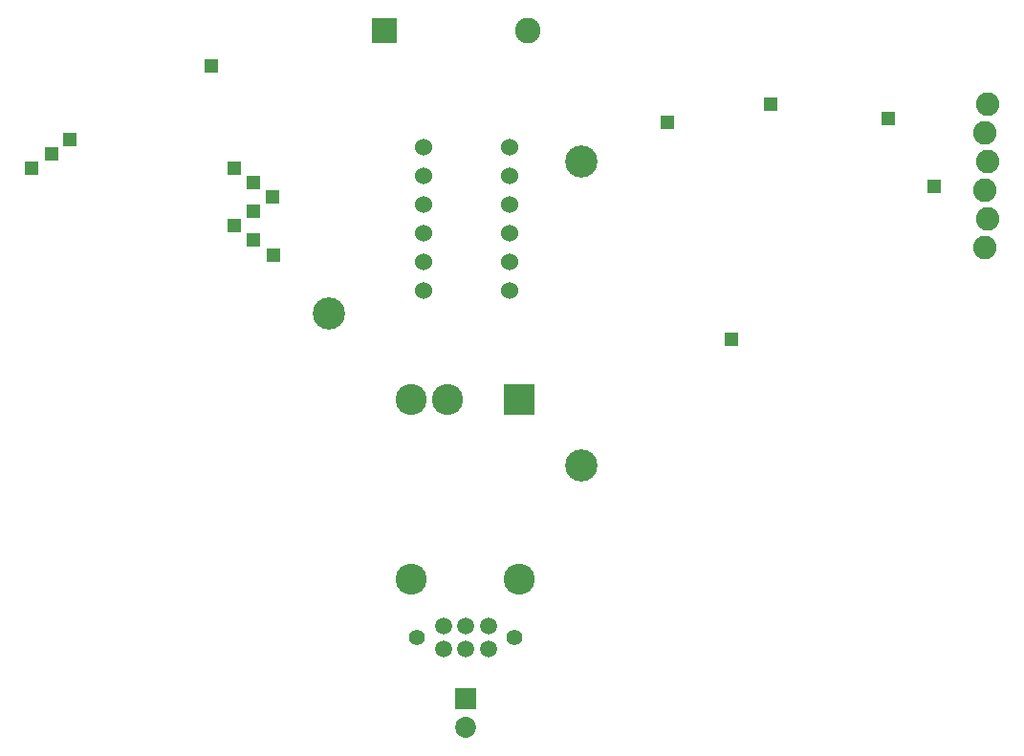
<source format=gbs>
G75*
G70*
%OFA0B0*%
%FSLAX24Y24*%
%IPPOS*%
%LPD*%
%AMOC8*
5,1,8,0,0,1.08239X$1,22.5*
%
%ADD10C,0.0600*%
%ADD11C,0.1080*%
%ADD12R,0.1080X0.1080*%
%ADD13C,0.0730*%
%ADD14R,0.0730X0.0730*%
%ADD15C,0.0820*%
%ADD16R,0.0890X0.0890*%
%ADD17C,0.0890*%
%ADD18C,0.1120*%
%ADD19C,0.0595*%
%ADD20C,0.0552*%
%ADD21R,0.0476X0.0476*%
D10*
X019180Y019680D03*
X019180Y020680D03*
X019180Y021680D03*
X019180Y022680D03*
X019180Y023680D03*
X019180Y024680D03*
X022180Y024680D03*
X022180Y023680D03*
X022180Y022680D03*
X022180Y021680D03*
X022180Y020680D03*
X022180Y019680D03*
D11*
X018745Y009603D03*
X022495Y009603D03*
X019995Y015853D03*
X018745Y015853D03*
D12*
X022495Y015853D03*
D13*
X020641Y004428D03*
D14*
X020641Y005428D03*
D15*
X038736Y021180D03*
X038836Y022180D03*
X038736Y023180D03*
X038836Y024180D03*
X038736Y025180D03*
X038836Y026180D03*
D16*
X017814Y028747D03*
D17*
X022814Y028747D03*
D18*
X024680Y024180D03*
X015880Y018870D03*
X024680Y013560D03*
D19*
X021424Y007971D03*
X020637Y007971D03*
X019849Y007971D03*
X019849Y007184D03*
X020637Y007184D03*
X021424Y007184D03*
D20*
X022330Y007578D03*
X018944Y007578D03*
D21*
X029889Y017979D03*
X036952Y023294D03*
X035349Y025664D03*
X031282Y026180D03*
X027672Y025526D03*
X013893Y022924D03*
X013235Y022436D03*
X012574Y021936D03*
X013235Y021428D03*
X013924Y020908D03*
X013235Y023436D03*
X012574Y023936D03*
X011755Y027495D03*
X006826Y024936D03*
X006208Y024432D03*
X005487Y023936D03*
M02*

</source>
